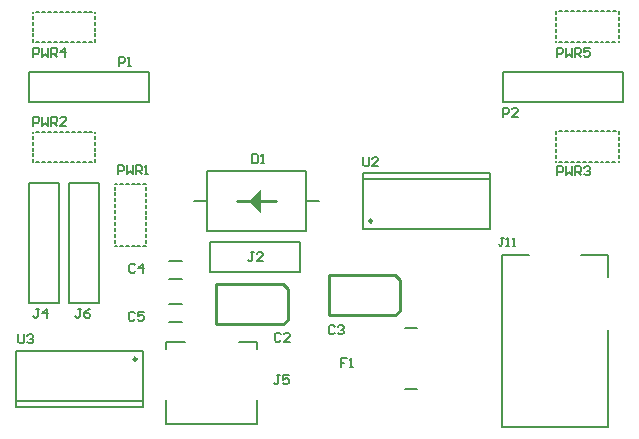
<source format=gto>
%FSLAX23Y23*%
%MOIN*%
G70*
G01*
G75*
%ADD10R,0.037X0.067*%
%ADD11R,0.079X0.087*%
%ADD12R,0.132X0.213*%
%ADD13R,0.020X0.055*%
%ADD14C,0.025*%
%ADD15C,0.020*%
%ADD16C,0.015*%
%ADD17C,0.060*%
%ADD18R,0.063X0.063*%
%ADD19C,0.063*%
%ADD20C,0.059*%
%ADD21R,0.059X0.059*%
%ADD22R,0.059X0.059*%
%ADD23C,0.081*%
%ADD24P,0.128X8X202.5*%
%ADD25P,0.128X8X112.5*%
%ADD26O,0.142X0.142*%
%ADD27C,0.010*%
%ADD28C,0.010*%
%ADD29C,0.005*%
%ADD30C,0.008*%
%ADD31C,0.006*%
%ADD32C,0.006*%
G36*
X3090Y1973D02*
X3050Y2013D01*
X3090Y2053D01*
Y1973D01*
D02*
G37*
D27*
X2675Y1487D02*
G03*
X2675Y1487I-5J0D01*
G01*
X3460Y1948D02*
G03*
X3460Y1948I-5J0D01*
G01*
D28*
X3010Y2013D02*
X3140D01*
X3162Y1603D02*
X3178Y1619D01*
X3162Y1737D02*
X3178Y1721D01*
Y1619D02*
Y1721D01*
X2940Y1603D02*
Y1737D01*
X3162D01*
X2940Y1603D02*
X3162D01*
X3315Y1633D02*
X3537D01*
X3315Y1767D02*
X3537D01*
X3315Y1633D02*
Y1767D01*
X3553Y1649D02*
Y1751D01*
X3537Y1767D02*
X3553Y1751D01*
X3537Y1633D02*
X3553Y1649D01*
D29*
X4241Y2247D02*
X4251D01*
X4261D02*
X4271D01*
X4281Y2237D02*
Y2247D01*
Y2217D02*
Y2227D01*
Y2198D02*
Y2208D01*
Y2178D02*
Y2188D01*
Y2158D02*
Y2168D01*
Y2158D02*
Y2168D01*
Y2144D02*
Y2149D01*
X4260Y2144D02*
X4270D01*
X4240D02*
X4250D01*
X4261Y2247D02*
X4271D01*
X4241D02*
X4251D01*
X4222D02*
X4232D01*
X4163D02*
X4173D01*
X4182D02*
X4192D01*
X4202D02*
X4212D01*
X4104D02*
X4113D01*
X4123D02*
X4133D01*
X4143D02*
X4153D01*
X4084D02*
X4094D01*
X4074Y2237D02*
Y2247D01*
Y2217D02*
Y2227D01*
Y2217D02*
Y2227D01*
Y2198D02*
Y2208D01*
Y2178D02*
Y2188D01*
Y2158D02*
Y2168D01*
Y2144D02*
Y2149D01*
X4083Y2144D02*
X4093D01*
X4142D02*
X4152D01*
X4122D02*
X4132D01*
X4102D02*
X4112D01*
X4201D02*
X4211D01*
X4181D02*
X4191D01*
X4161D02*
X4171D01*
X4221D02*
X4230D01*
X4240D02*
X4250D01*
X4260D02*
X4270D01*
X2359Y2543D02*
X2369D01*
X2339D02*
X2349D01*
X2329D02*
Y2553D01*
Y2563D02*
Y2573D01*
Y2582D02*
Y2592D01*
Y2602D02*
Y2612D01*
Y2622D02*
Y2632D01*
Y2622D02*
Y2632D01*
Y2641D02*
Y2646D01*
X2340D02*
X2350D01*
X2360D02*
X2370D01*
X2339Y2543D02*
X2349D01*
X2359D02*
X2369D01*
X2378D02*
X2388D01*
X2437D02*
X2447D01*
X2418D02*
X2428D01*
X2398D02*
X2408D01*
X2497D02*
X2506D01*
X2477D02*
X2487D01*
X2457D02*
X2467D01*
X2516D02*
X2526D01*
X2536D02*
Y2553D01*
Y2563D02*
Y2573D01*
Y2563D02*
Y2573D01*
Y2582D02*
Y2592D01*
Y2602D02*
Y2612D01*
Y2622D02*
Y2632D01*
Y2641D02*
Y2646D01*
X2517D02*
X2527D01*
X2458D02*
X2468D01*
X2478D02*
X2488D01*
X2498D02*
X2508D01*
X2399D02*
X2409D01*
X2419D02*
X2429D01*
X2439D02*
X2449D01*
X2380D02*
X2389D01*
X2360D02*
X2370D01*
X2340D02*
X2350D01*
X2359Y2143D02*
X2369D01*
X2339D02*
X2349D01*
X2329D02*
Y2153D01*
Y2163D02*
Y2173D01*
Y2182D02*
Y2192D01*
Y2202D02*
Y2212D01*
Y2222D02*
Y2232D01*
Y2222D02*
Y2232D01*
Y2241D02*
Y2246D01*
X2340D02*
X2350D01*
X2360D02*
X2370D01*
X2339Y2143D02*
X2349D01*
X2359D02*
X2369D01*
X2378D02*
X2388D01*
X2437D02*
X2447D01*
X2418D02*
X2428D01*
X2398D02*
X2408D01*
X2497D02*
X2506D01*
X2477D02*
X2487D01*
X2457D02*
X2467D01*
X2516D02*
X2526D01*
X2536D02*
Y2153D01*
Y2163D02*
Y2173D01*
Y2163D02*
Y2173D01*
Y2182D02*
Y2192D01*
Y2202D02*
Y2212D01*
Y2222D02*
Y2232D01*
Y2241D02*
Y2246D01*
X2517D02*
X2527D01*
X2458D02*
X2468D01*
X2478D02*
X2488D01*
X2498D02*
X2508D01*
X2399D02*
X2409D01*
X2419D02*
X2429D01*
X2439D02*
X2449D01*
X2380D02*
X2389D01*
X2360D02*
X2370D01*
X2340D02*
X2350D01*
X2604Y1875D02*
Y1885D01*
Y1895D02*
Y1905D01*
Y1915D02*
Y1924D01*
Y1974D02*
Y1984D01*
Y1954D02*
Y1964D01*
Y1934D02*
Y1944D01*
Y2033D02*
Y2043D01*
Y2013D02*
Y2023D01*
Y1993D02*
Y2003D01*
Y2052D02*
Y2062D01*
Y2071D02*
X2609D01*
X2618D02*
X2628D01*
X2638D02*
X2648D01*
X2658D02*
X2668D01*
X2677D02*
X2687D01*
X2677D02*
X2687D01*
X2697D02*
X2707D01*
Y2051D02*
Y2061D01*
Y1992D02*
Y2002D01*
Y2012D02*
Y2022D01*
Y2032D02*
Y2041D01*
Y1933D02*
Y1943D01*
Y1953D02*
Y1963D01*
Y1972D02*
Y1982D01*
Y1913D02*
Y1923D01*
Y1894D02*
Y1904D01*
Y1874D02*
Y1884D01*
X2604Y1895D02*
Y1905D01*
Y1875D02*
Y1885D01*
Y1864D02*
X2609D01*
X2618D02*
X2628D01*
X2618D02*
X2628D01*
X2638D02*
X2648D01*
X2658D02*
X2668D01*
X2677D02*
X2687D01*
X2697D02*
X2707D01*
Y1874D02*
Y1884D01*
Y1894D02*
Y1904D01*
X4241Y2647D02*
X4251D01*
X4261D02*
X4271D01*
X4281Y2637D02*
Y2647D01*
Y2617D02*
Y2627D01*
Y2598D02*
Y2608D01*
Y2578D02*
Y2588D01*
Y2558D02*
Y2568D01*
Y2558D02*
Y2568D01*
Y2544D02*
Y2549D01*
X4260Y2544D02*
X4270D01*
X4240D02*
X4250D01*
X4261Y2647D02*
X4271D01*
X4241D02*
X4251D01*
X4222D02*
X4232D01*
X4163D02*
X4173D01*
X4182D02*
X4192D01*
X4202D02*
X4212D01*
X4104D02*
X4113D01*
X4123D02*
X4133D01*
X4143D02*
X4153D01*
X4084D02*
X4094D01*
X4074Y2637D02*
Y2647D01*
Y2617D02*
Y2627D01*
Y2617D02*
Y2627D01*
Y2598D02*
Y2608D01*
Y2578D02*
Y2588D01*
Y2558D02*
Y2568D01*
Y2544D02*
Y2549D01*
X4083Y2544D02*
X4093D01*
X4142D02*
X4152D01*
X4122D02*
X4132D01*
X4102D02*
X4112D01*
X4201D02*
X4211D01*
X4181D02*
X4191D01*
X4161D02*
X4171D01*
X4221D02*
X4230D01*
X4240D02*
X4250D01*
X4260D02*
X4270D01*
X3899Y1891D02*
X3890D01*
X3894D01*
Y1870D01*
X3890Y1866D01*
X3886D01*
X3882Y1870D01*
X3907Y1866D02*
X3915D01*
X3911D01*
Y1891D01*
X3907Y1887D01*
X3928Y1866D02*
X3936D01*
X3932D01*
Y1891D01*
X3928Y1887D01*
D30*
X2783Y1755D02*
X2827D01*
X2783Y1815D02*
X2827D01*
X2274Y1347D02*
X2696D01*
X2274Y1328D02*
X2696D01*
X2274Y1513D02*
X2696D01*
Y1328D02*
Y1513D01*
X2274Y1328D02*
Y1513D01*
X2315Y2075D02*
X2415D01*
Y1675D02*
Y2075D01*
X2315Y1675D02*
Y2075D01*
Y1675D02*
X2415D01*
X2450D02*
X2550D01*
X2450D02*
Y2075D01*
X2550Y1675D02*
Y2075D01*
X2450D02*
X2550D01*
X3895Y2345D02*
Y2445D01*
X4295D01*
X3895Y2345D02*
X4295D01*
Y2445D01*
X2783Y1610D02*
X2827D01*
X2783Y1670D02*
X2827D01*
X3570Y1388D02*
X3610D01*
X3570Y1592D02*
X3610D01*
X2920Y1879D02*
X3220D01*
X2920Y1779D02*
Y1879D01*
Y1779D02*
X3220D01*
Y1879D01*
X2315Y2345D02*
Y2445D01*
X2715D01*
X2315Y2345D02*
X2715D01*
Y2445D01*
X2866Y2015D02*
X2910D01*
X3240D02*
X3284D01*
X2910Y1916D02*
Y2114D01*
X3240D01*
Y1916D02*
Y2114D01*
X2910Y1916D02*
X3240D01*
X4246Y1260D02*
Y1586D01*
Y1760D02*
Y1835D01*
X4156D02*
X4246D01*
X3892Y1260D02*
X4246D01*
X3892D02*
Y1835D01*
X3982Y1835D01*
X3851Y1922D02*
Y2107D01*
X3429Y1922D02*
Y2107D01*
Y1922D02*
X3851D01*
X3429Y2107D02*
X3851D01*
X3429Y2088D02*
X3851D01*
D31*
X2773Y1270D02*
X3077D01*
X2773D02*
Y1350D01*
X3077Y1270D02*
Y1350D01*
X2773Y1520D02*
Y1546D01*
X3077Y1520D02*
Y1546D01*
X3015D02*
X3077D01*
X2773D02*
X2835D01*
D32*
X3895Y2295D02*
Y2325D01*
X3910D01*
X3915Y2320D01*
Y2310D01*
X3910Y2305D01*
X3895D01*
X3945Y2295D02*
X3925D01*
X3945Y2315D01*
Y2320D01*
X3940Y2325D01*
X3930D01*
X3925Y2320D01*
X2612Y2103D02*
Y2133D01*
X2626D01*
X2631Y2128D01*
Y2118D01*
X2626Y2113D01*
X2612D01*
X2641Y2133D02*
Y2103D01*
X2651Y2113D01*
X2661Y2103D01*
Y2133D01*
X2671Y2103D02*
Y2133D01*
X2686D01*
X2691Y2128D01*
Y2118D01*
X2686Y2113D01*
X2671D01*
X2681D02*
X2691Y2103D01*
X2701D02*
X2711D01*
X2706D01*
Y2133D01*
X2701Y2128D01*
X2490Y1655D02*
X2480D01*
X2485D01*
Y1630D01*
X2480Y1625D01*
X2475D01*
X2470Y1630D01*
X2520Y1655D02*
X2510Y1650D01*
X2500Y1640D01*
Y1630D01*
X2505Y1625D01*
X2515D01*
X2520Y1630D01*
Y1635D01*
X2515Y1640D01*
X2500D01*
X2350Y1655D02*
X2340D01*
X2345D01*
Y1630D01*
X2340Y1625D01*
X2335D01*
X2330Y1630D01*
X2375Y1625D02*
Y1655D01*
X2360Y1640D01*
X2380D01*
X2280Y1570D02*
Y1545D01*
X2285Y1540D01*
X2295D01*
X2300Y1545D01*
Y1570D01*
X2310Y1565D02*
X2315Y1570D01*
X2325D01*
X2330Y1565D01*
Y1560D01*
X2325Y1555D01*
X2320D01*
X2325D01*
X2330Y1550D01*
Y1545D01*
X2325Y1540D01*
X2315D01*
X2310Y1545D01*
X2615Y2465D02*
Y2495D01*
X2630D01*
X2635Y2490D01*
Y2480D01*
X2630Y2475D01*
X2615D01*
X2645Y2465D02*
X2655D01*
X2650D01*
Y2495D01*
X2645Y2490D01*
X3155Y1570D02*
X3150Y1575D01*
X3140D01*
X3135Y1570D01*
Y1550D01*
X3140Y1545D01*
X3150D01*
X3155Y1550D01*
X3185Y1545D02*
X3165D01*
X3185Y1565D01*
Y1570D01*
X3180Y1575D01*
X3170D01*
X3165Y1570D01*
X3335Y1595D02*
X3330Y1600D01*
X3320D01*
X3315Y1595D01*
Y1575D01*
X3320Y1570D01*
X3330D01*
X3335Y1575D01*
X3345Y1595D02*
X3350Y1600D01*
X3360D01*
X3365Y1595D01*
Y1590D01*
X3360Y1585D01*
X3355D01*
X3360D01*
X3365Y1580D01*
Y1575D01*
X3360Y1570D01*
X3350D01*
X3345Y1575D01*
X2670Y1800D02*
X2665Y1805D01*
X2655D01*
X2650Y1800D01*
Y1780D01*
X2655Y1775D01*
X2665D01*
X2670Y1780D01*
X2695Y1775D02*
Y1805D01*
X2680Y1790D01*
X2700D01*
X3375Y1490D02*
X3355D01*
Y1475D01*
X3365D01*
X3355D01*
Y1460D01*
X3385D02*
X3395D01*
X3390D01*
Y1490D01*
X3385Y1485D01*
X3065Y1844D02*
X3055D01*
X3060D01*
Y1819D01*
X3055Y1814D01*
X3050D01*
X3045Y1819D01*
X3095Y1814D02*
X3075D01*
X3095Y1834D01*
Y1839D01*
X3090Y1844D01*
X3080D01*
X3075Y1839D01*
X3151Y1433D02*
X3141D01*
X3146D01*
Y1408D01*
X3141Y1403D01*
X3136D01*
X3131Y1408D01*
X3181Y1433D02*
X3161D01*
Y1418D01*
X3171Y1423D01*
X3176D01*
X3181Y1418D01*
Y1408D01*
X3176Y1403D01*
X3166D01*
X3161Y1408D01*
X3430Y2160D02*
Y2135D01*
X3435Y2130D01*
X3445D01*
X3450Y2135D01*
Y2160D01*
X3480Y2130D02*
X3460D01*
X3480Y2150D01*
Y2155D01*
X3475Y2160D01*
X3465D01*
X3460Y2155D01*
X3060Y2170D02*
Y2140D01*
X3075D01*
X3080Y2145D01*
Y2165D01*
X3075Y2170D01*
X3060D01*
X3090Y2140D02*
X3100D01*
X3095D01*
Y2170D01*
X3090Y2165D01*
X2330Y2265D02*
Y2295D01*
X2345D01*
X2350Y2290D01*
Y2280D01*
X2345Y2275D01*
X2330D01*
X2360Y2295D02*
Y2265D01*
X2370Y2275D01*
X2380Y2265D01*
Y2295D01*
X2390Y2265D02*
Y2295D01*
X2405D01*
X2410Y2290D01*
Y2280D01*
X2405Y2275D01*
X2390D01*
X2400D02*
X2410Y2265D01*
X2440D02*
X2420D01*
X2440Y2285D01*
Y2290D01*
X2435Y2295D01*
X2425D01*
X2420Y2290D01*
X2330Y2495D02*
Y2525D01*
X2345D01*
X2350Y2520D01*
Y2510D01*
X2345Y2505D01*
X2330D01*
X2360Y2525D02*
Y2495D01*
X2370Y2505D01*
X2380Y2495D01*
Y2525D01*
X2390Y2495D02*
Y2525D01*
X2405D01*
X2410Y2520D01*
Y2510D01*
X2405Y2505D01*
X2390D01*
X2400D02*
X2410Y2495D01*
X2435D02*
Y2525D01*
X2420Y2510D01*
X2440D01*
X4077Y2100D02*
Y2130D01*
X4092D01*
X4097Y2125D01*
Y2115D01*
X4092Y2110D01*
X4077D01*
X4107Y2130D02*
Y2100D01*
X4117Y2110D01*
X4127Y2100D01*
Y2130D01*
X4137Y2100D02*
Y2130D01*
X4152D01*
X4157Y2125D01*
Y2115D01*
X4152Y2110D01*
X4137D01*
X4147D02*
X4157Y2100D01*
X4167Y2125D02*
X4172Y2130D01*
X4182D01*
X4187Y2125D01*
Y2120D01*
X4182Y2115D01*
X4177D01*
X4182D01*
X4187Y2110D01*
Y2105D01*
X4182Y2100D01*
X4172D01*
X4167Y2105D01*
X4075Y2495D02*
Y2525D01*
X4090D01*
X4095Y2520D01*
Y2510D01*
X4090Y2505D01*
X4075D01*
X4105Y2525D02*
Y2495D01*
X4115Y2505D01*
X4125Y2495D01*
Y2525D01*
X4135Y2495D02*
Y2525D01*
X4150D01*
X4155Y2520D01*
Y2510D01*
X4150Y2505D01*
X4135D01*
X4145D02*
X4155Y2495D01*
X4185Y2525D02*
X4165D01*
Y2510D01*
X4175Y2515D01*
X4180D01*
X4185Y2510D01*
Y2500D01*
X4180Y2495D01*
X4170D01*
X4165Y2500D01*
X2669Y1640D02*
X2664Y1645D01*
X2654D01*
X2649Y1640D01*
Y1620D01*
X2654Y1615D01*
X2664D01*
X2669Y1620D01*
X2699Y1645D02*
X2679D01*
Y1630D01*
X2689Y1635D01*
X2694D01*
X2699Y1630D01*
Y1620D01*
X2694Y1615D01*
X2684D01*
X2679Y1620D01*
M02*

</source>
